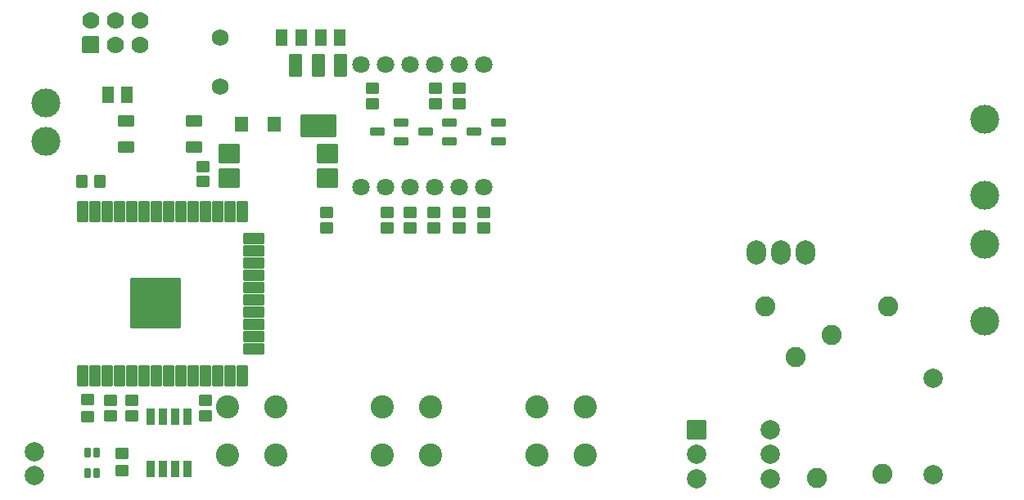
<source format=gts>
G04 Layer: TopSolderMaskLayer*
G04 EasyEDA v6.5.15, 2022-09-18 23:53:43*
G04 d3691748ad514627a52f7aef6c0eae22,d4513426d2154aa39f2c2607306ca696,10*
G04 Gerber Generator version 0.2*
G04 Scale: 100 percent, Rotated: No, Reflected: No *
G04 Dimensions in millimeters *
G04 leading zeros omitted , absolute positions ,4 integer and 5 decimal *
%FSLAX45Y45*%
%MOMM*%

%AMMACRO1*1,1,$1,$2,$3*1,1,$1,$4,$5*1,1,$1,0-$2,0-$3*1,1,$1,0-$4,0-$5*20,1,$1,$2,$3,$4,$5,0*20,1,$1,$4,$5,0-$2,0-$3,0*20,1,$1,0-$2,0-$3,0-$4,0-$5,0*20,1,$1,0-$4,0-$5,$2,$3,0*4,1,4,$2,$3,$4,$5,0-$2,0-$3,0-$4,0-$5,$2,$3,0*%
%ADD10C,1.8032*%
%ADD11C,2.4032*%
%ADD12MACRO1,0.2032X0.25X-0.4X-0.25X-0.4*%
%ADD13C,3.0032*%
%ADD14MACRO1,0.2032X0.55X0.5X0.55X-0.5*%
%ADD15MACRO1,0.2032X0.325X-0.775X-0.325X-0.775*%
%ADD16MACRO1,0.2032X-0.55X-0.5X-0.55X0.5*%
%ADD17C,2.0828*%
%ADD18C,1.7780*%
%ADD19MACRO1,0.2032X-0.7874X0.7874X0.7874X0.7874*%
%ADD20MACRO1,0.2032X0.5X-0.775X-0.5X-0.775*%
%ADD21MACRO1,0.2032X-0.5X0.775X0.5X0.775*%
%ADD22MACRO1,0.2032X-0.9X0.9X0.9X0.9*%
%ADD23C,2.0032*%
%ADD24O,1.9999959999999999X2.4999949999999997*%
%ADD25C,1.7272*%
%ADD26MACRO1,0.2032X0.6X-0.7X-0.6X-0.7*%
%ADD27MACRO1,0.2032X-0.45X-1X-0.45X1*%
%ADD28MACRO1,0.2032X-1X0.45X1X0.45*%
%ADD29MACRO1,0.2032X-1X-0.45X1X-0.45*%
%ADD30MACRO1,0.2032X0.45X-1X0.45X1*%
%ADD31MACRO1,0.2032X-2.5X-2.5X-2.5X2.5*%
%ADD32MACRO1,0.2032X0.5X-0.55X-0.5X-0.55*%
%ADD33MACRO1,0.2032X0.75X-0.45X-0.75X-0.45*%
%ADD34MACRO1,0.2032X1.75X-1.1X-1.75X-1.1*%
%ADD35MACRO1,0.2032X0.55X-1.1X-0.55X-1.1*%
%ADD36MACRO1,0.2032X0.625X0.35X0.625X-0.35*%
%ADD37MACRO1,0.2032X1X0.9X1X-0.9*%

%LPD*%
D10*
G01*
X4897500Y-1872513D03*
G01*
X4643500Y-1872513D03*
G01*
X4389500Y-1872513D03*
G01*
X4135500Y-1872513D03*
G01*
X3881500Y-1872513D03*
G01*
X3627500Y-1872513D03*
G01*
X3627500Y-602513D03*
G01*
X3881500Y-602513D03*
G01*
X4135500Y-602513D03*
G01*
X4389500Y-602513D03*
G01*
X4643500Y-602513D03*
G01*
X4897500Y-602513D03*
D11*
G01*
X2749981Y-4150004D03*
G01*
X2749981Y-4650003D03*
G01*
X2249982Y-4650003D03*
G01*
X2249982Y-4150004D03*
G01*
X4349978Y-4150004D03*
G01*
X4349978Y-4650003D03*
G01*
X3849979Y-4650003D03*
G01*
X3849979Y-4150004D03*
G01*
X5950178Y-4150156D03*
G01*
X5950178Y-4650155D03*
G01*
X5450179Y-4650155D03*
G01*
X5450179Y-4150156D03*
D12*
G01*
X800004Y-4624992D03*
G01*
X900004Y-4624992D03*
G01*
X800004Y-4837493D03*
G01*
X900004Y-4837493D03*
D13*
G01*
X10086975Y-1166418D03*
G01*
X10086975Y-1958441D03*
D14*
G01*
X2024954Y-4242305D03*
G01*
X2024954Y-4082305D03*
D15*
G01*
X1840484Y-4253010D03*
G01*
X1713484Y-4253010D03*
G01*
X1586484Y-4253010D03*
G01*
X1459484Y-4253010D03*
G01*
X1459484Y-4797009D03*
G01*
X1586484Y-4797009D03*
G01*
X1713484Y-4797009D03*
G01*
X1840484Y-4797009D03*
D16*
G01*
X1262433Y-4082272D03*
G01*
X1262433Y-4242272D03*
D14*
G01*
X799957Y-4072282D03*
G01*
X799957Y-4252292D03*
D16*
G01*
X1037445Y-4082272D03*
G01*
X1037445Y-4242272D03*
D14*
G01*
X1162438Y-4634753D03*
G01*
X1162438Y-4814763D03*
D16*
G01*
X1999894Y-1657400D03*
G01*
X1999894Y-1817400D03*
D14*
G01*
X3274827Y-2292390D03*
G01*
X3274827Y-2132390D03*
D17*
G01*
X8501430Y-3408730D03*
G01*
X9022664Y-4840833D03*
D18*
G01*
X1345463Y-145973D03*
G01*
X1345463Y-399973D03*
G01*
X1091463Y-145973D03*
G01*
X1091463Y-399973D03*
G01*
X837463Y-145973D03*
D19*
G01*
X837455Y-399978D03*
D16*
G01*
X4899741Y-2132375D03*
G01*
X4899741Y-2292375D03*
G01*
X4649754Y-2132375D03*
G01*
X4649754Y-2292375D03*
G01*
X4387268Y-2132375D03*
G01*
X4387268Y-2292375D03*
G01*
X4137281Y-2132375D03*
G01*
X4137281Y-2292375D03*
G01*
X3899794Y-2132375D03*
G01*
X3899794Y-2292375D03*
D14*
G01*
X3749802Y-1004958D03*
G01*
X3749802Y-844958D03*
G01*
X4399767Y-1004958D03*
G01*
X4399767Y-844958D03*
G01*
X4649754Y-1004958D03*
G01*
X4649754Y-844958D03*
D20*
G01*
X3012346Y-324982D03*
G01*
X2812346Y-324982D03*
D21*
G01*
X3212325Y-324982D03*
G01*
X3412324Y-324982D03*
D22*
G01*
X7106500Y-4383498D03*
D23*
G01*
X7106513Y-4637506D03*
G01*
X7106513Y-4891506D03*
G01*
X7868513Y-4383506D03*
G01*
X7868513Y-4637506D03*
G01*
X7868513Y-4891506D03*
D24*
G01*
X7975091Y-2549905D03*
G01*
X7721091Y-2549905D03*
G01*
X8229091Y-2549905D03*
D17*
G01*
X8347760Y-4887848D03*
G01*
X8127238Y-3637153D03*
G01*
X7814995Y-3112490D03*
G01*
X9084995Y-3112490D03*
D23*
G01*
X250012Y-4612411D03*
G01*
X250012Y-4862601D03*
D13*
G01*
X375005Y-1397990D03*
G01*
X375005Y-1002004D03*
D23*
G01*
X9549891Y-4850003D03*
G01*
X9549891Y-3850004D03*
D25*
G01*
X2174875Y-828979D03*
G01*
X2174875Y-320979D03*
D26*
G01*
X2392365Y-1224935D03*
G01*
X2732364Y-1224935D03*
D27*
G01*
X750912Y-3824833D03*
G01*
X877912Y-3824833D03*
G01*
X1004912Y-3824833D03*
G01*
X1131912Y-3824833D03*
G01*
X1258912Y-3824833D03*
G01*
X1385912Y-3824833D03*
G01*
X1512912Y-3824833D03*
G01*
X1639912Y-3824833D03*
G01*
X1766912Y-3824833D03*
G01*
X1893912Y-3824833D03*
G01*
X2020912Y-3824833D03*
G01*
X2147912Y-3824833D03*
G01*
X2274912Y-3824833D03*
G01*
X2401912Y-3824833D03*
D28*
G01*
X2523924Y-3546342D03*
G01*
X2523924Y-3419342D03*
G01*
X2523924Y-3292342D03*
G01*
X2523924Y-3165342D03*
G01*
X2523924Y-3038342D03*
D29*
G01*
X2523904Y-2911342D03*
G01*
X2523904Y-2784342D03*
G01*
X2523904Y-2657342D03*
G01*
X2523904Y-2530342D03*
G01*
X2523904Y-2403342D03*
D30*
G01*
X2401912Y-2124852D03*
G01*
X2274912Y-2124852D03*
G01*
X2147912Y-2124852D03*
G01*
X2020912Y-2124852D03*
G01*
X1893912Y-2124852D03*
G01*
X1766912Y-2124852D03*
G01*
X1639912Y-2124852D03*
G01*
X1512912Y-2124852D03*
G01*
X1385912Y-2124852D03*
G01*
X1258912Y-2124852D03*
G01*
X1131912Y-2124852D03*
G01*
X1004912Y-2124852D03*
G01*
X877912Y-2124852D03*
G01*
X750912Y-2124852D03*
D31*
G01*
X1505214Y-3076543D03*
D32*
G01*
X927496Y-1812500D03*
G01*
X747486Y-1812500D03*
D33*
G01*
X1200000Y-1190001D03*
G01*
X1200000Y-1460003D03*
G01*
X1899998Y-1460003D03*
G01*
X1899998Y-1190001D03*
D34*
G01*
X3187331Y-1234831D03*
D35*
G01*
X2957330Y-615071D03*
G01*
X3187331Y-615071D03*
G01*
X3417332Y-615071D03*
D36*
G01*
X4800031Y-1299999D03*
G01*
X5049967Y-1205003D03*
G01*
X5049967Y-1394995D03*
G01*
X4300032Y-1299999D03*
G01*
X4549968Y-1205003D03*
G01*
X4549968Y-1394995D03*
G01*
X3800033Y-1299999D03*
G01*
X4049969Y-1205003D03*
G01*
X4049969Y-1394995D03*
D21*
G01*
X1212441Y-912451D03*
G01*
X1012441Y-912451D03*
D13*
G01*
X10086975Y-2466339D03*
G01*
X10086975Y-3258362D03*
D37*
G01*
X2264951Y-1522928D03*
G01*
X2264951Y-1776928D03*
G01*
X3284951Y-1776928D03*
G01*
X3284951Y-1522928D03*
M02*

</source>
